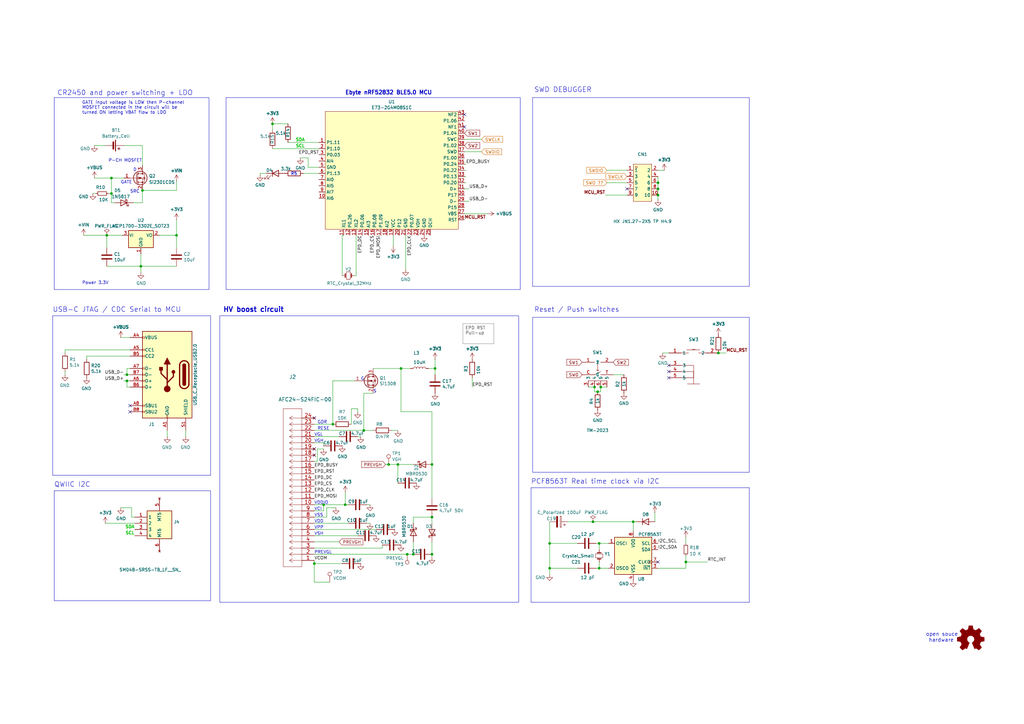
<source format=kicad_sch>
(kicad_sch (version 20231120) (generator "eeschema") (generator_version "8.0")
  (paper "A3")
  (title_block (title "ESP32C6 ULP low power") (date "2024-09-09") (rev "1.0") (company "FASANI CORP."))
  (junction (at 225.425 222.885))
  (junction (at 246.38 158.75))
  (junction (at 111.76 50.8))
  (junction (at 177.165 212.09))
  (junction (at 136.525 173.99))
  (junction (at 43.815 96.52))
  (junction (at 57.785 109.22))
  (junction (at 45.72 79.375))
  (junction (at 52.07 156.21))
  (junction (at 163.195 190.5))
  (junction (at 177.165 227.33))
  (junction (at 225.425 233.045))
  (junction (at 269.875 74.93))
  (junction (at 45.72 73.025))
  (junction (at 167.005 227.33))
  (junction (at 58.42 78.105))
  (junction (at 178.435 151.13))
  (junction (at 128.905 231.14))
  (junction (at 159.385 190.5))
  (junction (at 259.715 213.995))
  (junction (at 245.11 160.655))
  (junction (at 243.205 213.995))
  (junction (at 72.39 96.52))
  (junction (at 245.745 233.045))
  (junction (at 281.305 230.505))
  (junction (at 269.875 80.01))
  (junction (at 169.545 227.33))
  (junction (at 141.605 207.01))
  (junction (at 177.165 190.5))
  (junction (at 269.875 77.47))
  (junction (at 245.745 222.885))
  (junction (at 243.84 158.75))
  (junction (at 132.715 207.01))
  (junction (at 52.07 153.67))
  (junction (at 149.225 176.53))
  (junction (at 164.465 151.13))
  (junction (at 294.64 144.78))
  (no_connect (at 274.32 152.4))
  (no_connect (at 128.905 171.45))
  (no_connect (at 128.905 184.15))
  (no_connect (at 257.175 77.47))
  (no_connect (at 53.34 168.91))
  (no_connect (at 269.875 230.505))
  (no_connect (at 190.5 52.07))
  (no_connect (at 128.905 186.69))
  (no_connect (at 190.5 46.99))
  (no_connect (at 274.32 154.94))
  (no_connect (at 274.32 149.86))
  (no_connect (at 53.34 166.37))
  (wire (pts (xy 52.07 153.67) (xy 53.34 153.67)))
  (wire (pts (xy 136.525 173.99) (xy 136.525 156.21)))
  (wire (pts (xy 126.365 64.77) (xy 126.365 68.58)))
  (wire (pts (xy 144.145 167.64) (xy 146.685 167.64)))
  (wire (pts (xy 233.045 213.995) (xy 243.205 213.995)))
  (wire (pts (xy 121.92 58.42) (xy 130.81 58.42)))
  (wire (pts (xy 159.385 190.5) (xy 163.195 190.5)))
  (wire (pts (xy 281.305 233.045) (xy 269.875 233.045)))
  (wire (pts (xy 281.305 220.345) (xy 281.305 222.885)))
  (wire (pts (xy 246.38 158.75) (xy 248.92 158.75)))
  (wire (pts (xy 26.67 143.51) (xy 26.67 144.78)))
  (wire (pts (xy 169.545 214.63) (xy 169.545 212.09)))
  (wire (pts (xy 76.2 176.53) (xy 76.2 179.07)))
  (wire (pts (xy 43.18 214.63) (xy 55.245 214.63)))
  (wire (pts (xy 236.855 233.045) (xy 225.425 233.045)))
  (wire (pts (xy 177.165 212.09) (xy 177.165 214.63)))
  (wire (pts (xy 128.905 231.14) (xy 140.335 231.14)))
  (wire (pts (xy 164.465 151.13) (xy 168.275 151.13)))
  (wire (pts (xy 236.855 222.885) (xy 225.425 222.885)))
  (wire (pts (xy 166.37 110.49) (xy 166.37 96.52)))
  (wire (pts (xy 38.735 59.69) (xy 43.18 59.69)))
  (wire (pts (xy 243.84 158.75) (xy 243.84 160.655)))
  (wire (pts (xy 248.285 80.01) (xy 257.175 80.01)))
  (wire (pts (xy 54.61 83.185) (xy 58.42 83.185)))
  (polyline (pts (xy 21.59 194.945) (xy 21.59 129.54)))
  (wire (pts (xy 128.905 229.87) (xy 128.905 231.14)))
  (wire (pts (xy 45.72 83.185) (xy 46.99 83.185)))
  (wire (pts (xy 281.305 230.505) (xy 281.305 233.045)))
  (polyline (pts (xy 217.805 200.025) (xy 217.805 247.015)))
  (wire (pts (xy 72.39 96.52) (xy 72.39 101.6)))
  (wire (pts (xy 244.475 222.885) (xy 245.745 222.885)))
  (wire (pts (xy 149.225 161.29) (xy 153.035 161.29)))
  (wire (pts (xy 132.715 181.61) (xy 132.715 182.88)))
  (wire (pts (xy 245.11 160.655) (xy 246.38 160.655)))
  (wire (pts (xy 106.68 71.12) (xy 109.22 71.12)))
  (wire (pts (xy 192.405 82.55) (xy 190.5 82.55)))
  (wire (pts (xy 197.485 57.15) (xy 190.5 57.15)))
  (wire (pts (xy 53.975 212.09) (xy 55.245 212.09)))
  (wire (pts (xy 177.165 222.25) (xy 177.165 227.33)))
  (polyline (pts (xy 217.805 200.025) (xy 307.34 200.025)))
  (wire (pts (xy 72.39 78.105) (xy 72.39 74.295)))
  (wire (pts (xy 177.165 190.5) (xy 177.165 168.91)))
  (wire (pts (xy 156.845 224.79) (xy 156.845 223.52)))
  (wire (pts (xy 246.38 160.655) (xy 246.38 158.75)))
  (wire (pts (xy 132.715 209.55) (xy 132.715 207.01)))
  (wire (pts (xy 118.11 58.42) (xy 121.92 58.42)) (stroke (width 0) (color 0 132 0 1)))
  (wire (pts (xy 243.205 213.995) (xy 259.715 213.995)))
  (wire (pts (xy 245.745 222.885) (xy 245.745 225.425)))
  (wire (pts (xy 163.195 190.5) (xy 169.545 190.5)))
  (wire (pts (xy 178.435 147.32) (xy 178.435 151.13)))
  (wire (pts (xy 158.115 190.5) (xy 159.385 190.5)))
  (wire (pts (xy 35.56 146.05) (xy 35.56 147.32)))
  (wire (pts (xy 106.68 71.12) (xy 106.68 71.755)))
  (wire (pts (xy 38.1 79.375) (xy 39.37 79.375)))
  (wire (pts (xy 146.05 96.52) (xy 146.05 113.03)))
  (wire (pts (xy 225.425 233.045) (xy 225.425 235.585)))
  (wire (pts (xy 128.905 189.23) (xy 130.175 189.23)))
  (wire (pts (xy 141.605 207.01) (xy 142.875 207.01)))
  (wire (pts (xy 45.72 79.375) (xy 45.72 83.185)))
  (wire (pts (xy 57.785 109.22) (xy 57.785 111.76)))
  (wire (pts (xy 269.875 72.39) (xy 269.875 74.93)))
  (wire (pts (xy 244.475 233.045) (xy 245.745 233.045)))
  (polyline (pts (xy 307.34 247.015) (xy 307.34 200.025)))
  (wire (pts (xy 57.785 104.14) (xy 57.785 109.22)))
  (wire (pts (xy 225.425 222.885) (xy 225.425 233.045)))
  (wire (pts (xy 128.905 238.76) (xy 135.255 238.76)))
  (wire (pts (xy 52.07 158.75) (xy 52.07 156.21)))
  (polyline (pts (xy 86.36 129.54) (xy 86.36 194.945)))
  (polyline (pts (xy 217.805 247.015) (xy 307.34 247.015)))
  (wire (pts (xy 52.07 151.13) (xy 52.07 153.67)))
  (wire (pts (xy 200.025 87.63) (xy 190.5 87.63)))
  (wire (pts (xy 111.76 50.8) (xy 118.11 50.8)))
  (wire (pts (xy 43.815 96.52) (xy 34.29 96.52)))
  (wire (pts (xy 193.675 154.94) (xy 193.675 158.75)))
  (wire (pts (xy 153.035 176.53) (xy 149.225 176.53)))
  (wire (pts (xy 161.29 96.52) (xy 161.29 100.965)))
  (wire (pts (xy 177.165 168.91) (xy 164.465 168.91)))
  (wire (pts (xy 52.07 156.21) (xy 53.34 156.21)))
  (wire (pts (xy 241.3 158.75) (xy 243.84 158.75)))
  (wire (pts (xy 269.875 77.47) (xy 269.875 80.01)))
  (wire (pts (xy 50.8 153.67) (xy 52.07 153.67)))
  (wire (pts (xy 191.135 67.31) (xy 190.5 67.31)))
  (wire (pts (xy 297.815 144.78) (xy 294.64 144.78)))
  (wire (pts (xy 53.34 146.05) (xy 35.56 146.05)))
  (wire (pts (xy 164.465 151.13) (xy 153.035 151.13)))
  (wire (pts (xy 268.605 213.995) (xy 268.605 210.185)))
  (wire (pts (xy 72.39 90.17) (xy 72.39 96.52)))
  (wire (pts (xy 269.875 81.915) (xy 269.875 80.01)))
  (wire (pts (xy 167.005 227.33) (xy 169.545 227.33)))
  (wire (pts (xy 53.975 208.28) (xy 53.975 212.09)))
  (wire (pts (xy 53.34 151.13) (xy 52.07 151.13)))
  (wire (pts (xy 146.685 167.64) (xy 146.685 168.91)))
  (wire (pts (xy 163.195 198.12) (xy 163.195 190.5)))
  (wire (pts (xy 128.905 219.71) (xy 146.685 219.71)))
  (wire (pts (xy 128.905 173.99) (xy 136.525 173.99)))
  (wire (pts (xy 128.905 179.07) (xy 139.065 179.07)))
  (wire (pts (xy 144.145 173.99) (xy 144.145 167.64)))
  (wire (pts (xy 128.905 227.33) (xy 167.005 227.33)))
  (wire (pts (xy 128.905 224.79) (xy 156.845 224.79)))
  (wire (pts (xy 245.745 233.045) (xy 249.555 233.045)))
  (wire (pts (xy 128.905 217.17) (xy 154.305 217.17)))
  (wire (pts (xy 124.46 71.12) (xy 130.81 71.12)))
  (wire (pts (xy 248.92 74.93) (xy 257.175 74.93)))
  (wire (pts (xy 128.905 209.55) (xy 132.715 209.55)))
  (wire (pts (xy 146.05 113.03) (xy 145.415 113.03)))
  (wire (pts (xy 178.435 151.13) (xy 178.435 153.67)))
  (wire (pts (xy 126.365 68.58) (xy 130.81 68.58)))
  (wire (pts (xy 245.745 233.045) (xy 245.745 230.505)))
  (wire (pts (xy 150.495 214.63) (xy 151.765 214.63)))
  (wire (pts (xy 132.715 207.01) (xy 141.605 207.01)))
  (wire (pts (xy 141.605 201.93) (xy 141.605 207.01)))
  (wire (pts (xy 133.985 208.28) (xy 137.795 208.28)))
  (wire (pts (xy 49.53 208.28) (xy 53.975 208.28)))
  (wire (pts (xy 50.165 96.52) (xy 43.815 96.52)))
  (wire (pts (xy 272.415 69.85) (xy 269.875 69.85)))
  (wire (pts (xy 177.165 190.5) (xy 177.165 204.47)))
  (wire (pts (xy 259.715 213.995) (xy 259.715 217.805)))
  (wire (pts (xy 123.19 64.77) (xy 126.365 64.77)))
  (wire (pts (xy 50.8 59.69) (xy 58.42 59.69)))
  (wire (pts (xy 140.97 96.52) (xy 140.335 96.52)))
  (wire (pts (xy 163.195 176.53) (xy 160.655 176.53)))
  (wire (pts (xy 72.39 78.105) (xy 58.42 78.105)))
  (wire (pts (xy 245.745 222.885) (xy 249.555 222.885)))
  (wire (pts (xy 151.765 207.01) (xy 150.495 207.01)))
  (wire (pts (xy 169.545 222.25) (xy 169.545 227.33)))
  (wire (pts (xy 169.545 212.09) (xy 177.165 212.09)))
  (wire (pts (xy 192.405 77.47) (xy 190.5 77.47)))
  (wire (pts (xy 191.135 69.85) (xy 190.5 69.85)))
  (wire (pts (xy 259.715 213.995) (xy 260.985 213.995)))
  (wire (pts (xy 130.175 184.15) (xy 132.715 184.15)))
  (wire (pts (xy 53.34 143.51) (xy 26.67 143.51)))
  (wire (pts (xy 133.985 212.09) (xy 133.985 208.28)))
  (wire (pts (xy 243.84 160.655) (xy 245.11 160.655)))
  (wire (pts (xy 44.45 79.375) (xy 45.72 79.375)))
  (wire (pts (xy 68.58 176.53) (xy 68.58 179.07)))
  (wire (pts (xy 130.175 189.23) (xy 130.175 184.15)))
  (wire (pts (xy 177.165 228.6) (xy 177.165 227.33)))
  (wire (pts (xy 147.955 179.07) (xy 146.685 179.07)))
  (wire (pts (xy 149.225 161.29) (xy 149.225 176.53)))
  (wire (pts (xy 38.735 73.025) (xy 45.72 73.025)))
  (wire (pts (xy 128.905 207.01) (xy 132.715 207.01)))
  (wire (pts (xy 271.78 144.78) (xy 274.32 144.78)))
  (wire (pts (xy 248.92 69.85) (xy 257.175 69.85)))
  (wire (pts (xy 53.34 158.75) (xy 52.07 158.75)))
  (wire (pts (xy 191.135 74.93) (xy 190.5 74.93)))
  (wire (pts (xy 58.42 83.185) (xy 58.42 78.105)))
  (wire (pts (xy 128.905 176.53) (xy 149.225 176.53)))
  (wire (pts (xy 50.8 156.21) (xy 52.07 156.21)))
  (wire (pts (xy 45.72 73.025) (xy 45.72 79.375)))
  (wire (pts (xy 58.42 59.69) (xy 58.42 67.945)))
  (wire (pts (xy 111.76 50.8) (xy 111.76 53.34)))
  (wire (pts (xy 43.815 109.22) (xy 57.785 109.22)))
  (wire (pts (xy 136.525 156.21) (xy 145.415 156.21)))
  (wire (pts (xy 281.305 230.505) (xy 290.195 230.505)))
  (wire (pts (xy 225.425 213.995) (xy 225.425 222.885)))
  (wire (pts (xy 111.76 60.96) (xy 130.81 60.96)))
  (wire (pts (xy 191.135 72.39) (xy 190.5 72.39)))
  (wire (pts (xy 164.465 168.91) (xy 164.465 151.13)))
  (wire (pts (xy 140.335 96.52) (xy 140.335 113.03)))
  (wire (pts (xy 128.905 231.14) (xy 128.905 238.76)))
  (wire (pts (xy 128.905 214.63) (xy 142.875 214.63)))
  (wire (pts (xy 43.815 96.52) (xy 43.815 101.6)))
  (wire (pts (xy 49.53 138.43) (xy 53.34 138.43)))
  (wire (pts (xy 128.905 212.09) (xy 133.985 212.09)))
  (wire (pts (xy 281.305 227.965) (xy 281.305 230.505)))
  (wire (pts (xy 139.065 222.25) (xy 128.905 222.25)))
  (wire (pts (xy 255.905 153.67) (xy 251.46 153.67)))
  (polyline (pts (xy 21.59 194.945) (xy 86.36 194.945)))
  (wire (pts (xy 26.67 153.67) (xy 26.67 152.4)))
  (wire (pts (xy 269.875 74.93) (xy 269.875 77.47)))
  (wire (pts (xy 128.905 181.61) (xy 132.715 181.61)))
  (wire (pts (xy 175.895 151.13) (xy 178.435 151.13)))
  (wire (pts (xy 65.405 96.52) (xy 72.39 96.52)))
  (wire (pts (xy 197.485 62.23) (xy 190.5 62.23)))
  (wire (pts (xy 57.785 109.22) (xy 72.39 109.22)))
  (wire (pts (xy 45.72 73.025) (xy 50.8 73.025)))
  (polyline (pts (xy 21.59 129.54) (xy 86.36 129.54)))
  (rectangle (start 92.71 40.005) (end 213.36 118.745))
  (rectangle (start 22.225 201.295) (end 86.36 246.38))
  (rectangle (start 90.17 129.54) (end 212.725 247.015))
  (rectangle (start 218.44 40.005) (end 307.34 117.475))
  (rectangle (start 218.44 130.175) (end 307.34 193.675))
  (rectangle (start 22.225 40.005) (end 85.725 118.745))
  (text_box "EPD RST Pull-up" (at 189.865 132.715 0) (size 12.7 8.255) (stroke (width 0) (color 132 132 132 1)) (effects (font (size 1.27 1.27)) (justify left top)))
  (text "USB-C JTAG / CDC Serial to MCU" (at 21.59 128.27 0) (effects (font (size 2 2)) (justify left bottom)))
  (text "Power 3.3V" (at 33.655 116.84 0) (effects (font (size 1.27 1.27)) (justify left bottom)))
  (text "D" (at 54.61 70.485 0) (effects (font (size 1.27 1.27)) (justify left bottom)))
  (text "Ebyte nRF52832 BLE5.0 MCU" (at 159.385 38.1 0) (effects (font (size 1.6 1.6) (thickness 0.32) (bold yes))))
  (text "VGH" (at 128.905 181.61 0) (effects (font (size 1.27 1.27)) (justify left bottom)))
  (text "RESE" (at 130.175 176.53 0) (effects (font (size 1.27 1.27)) (justify left bottom)))
  (text "G" (at 147.955 156.21 0) (effects (font (size 1.27 1.27)) (justify left bottom)))
  (text "VGL" (at 128.905 179.07 0) (effects (font (size 1.27 1.27)) (justify left bottom)))
  (text "HV boost circuit" (at 91.44 128.27 0) (effects (font (size 2 2) (thickness 0.4) (bold yes)) (justify left bottom)))
  (text "VSH" (at 128.905 219.71 0) (effects (font (size 1.27 1.27)) (justify left bottom)))
  (text "VPP" (at 128.905 217.17 0) (effects (font (size 1.27 1.27)) (justify left bottom)))
  (text "QWIIC I2C" (at 22.225 200.025 0) (effects (font (size 2 2)) (justify left bottom)))
  (text "SRC" (at 53.34 79.375 0) (effects (font (size 1.27 1.27)) (justify left bottom)))
  (text "GATE" (at 49.53 75.565 0) (effects (font (size 1.27 1.27)) (justify left bottom)))
  (text "open souce\n hardware" (at 379.73 263.525 0) (effects (font (size 1.5 1.5)) (justify left bottom)))
  (text "GDR" (at 130.175 173.99 0) (effects (font (size 1.27 1.27)) (justify left bottom)))
  (text "P-CH MOSFET" (at 44.45 66.675 0) (effects (font (size 1.27 1.27)) (justify left bottom)))
  (text "Reset / Push switches" (at 219.075 128.27 0) (effects (font (size 2 2)) (justify left bottom)))
  (text "VDDIO" (at 128.905 207.01 0) (effects (font (size 1.27 1.27)) (justify left bottom)))
  (text "GATE input voltage is LOW then P-channel \nMOSFET connected in the circuit will be \nturned ON letting VBAT flow to LDO" (at 33.655 46.99 0) (effects (font (size 1.27 1.27)) (justify left bottom)))
  (text "SWD DEBUGGER" (at 219.075 38.1 0) (effects (font (size 2 2)) (justify left bottom)))
  (text "PREVGL" (at 128.905 227.33 0) (effects (font (size 1.27 1.27)) (justify left bottom)))
  (text "PCF8563T Real time clock via I2C" (at 217.805 198.755 0) (effects (font (size 2 2)) (justify left bottom)))
  (text "VSS" (at 128.905 212.09 0) (effects (font (size 1.27 1.27)) (justify left bottom)))
  (text "VCI" (at 128.905 209.55 0) (effects (font (size 1.27 1.27)) (justify left bottom)))
  (text "CR2450 and power switching + LDO" (at 23.495 39.37 0) (effects (font (size 2 2)) (justify left bottom)))
  (text "S" (at 153.035 161.29 0) (effects (font (size 1.27 1.27)) (justify left bottom)))
  (text "VDD" (at 128.905 214.63 0) (effects (font (size 1.27 1.27)) (justify left bottom)))
  (label "SDA" (at 55.245 217.17 180) (effects (font (thickness 0.254) (bold yes))))
  (label "EPD_BUSY" (at 128.905 191.77 0))
  (label "EPD_MOSI" (at 128.905 204.47 0))
  (label "VCOM" (at 128.905 229.87 0))
  (label "EPD_CS" (at 128.905 199.39 0))
  (label "I2C_SDA" (at 269.875 225.425 0))
  (label "EPD_BUSY" (at 191.135 67.31 0))
  (label "USB_D-" (at 192.405 82.55 0))
  (label "SCL" (at 55.245 219.71 180) (effects (font (thickness 0.254) (bold yes))))
  (label "EPD_CS" (at 153.67 96.52 270))
  (label "EPD_RST" (at 128.905 194.31 0))
  (label "MCU_RST" (at 297.815 144.78 0) (effects (font (thickness 0.254) (bold yes))))
  (label "I2C_SCL" (at 269.875 222.885 0))
  (label "USB_D+" (at 50.8 156.21 180))
  (label "EPD_CLK" (at 168.91 96.52 270))
  (label "EPD_CLK" (at 128.905 201.93 0))
  (label "RTC_INT" (at 290.195 230.505 0))
  (label "MCU_RST" (at 248.285 80.01 180) (effects (font (thickness 0.254) (bold yes))))
  (label "MCU_RST" (at 190.5 90.17 0) (effects (font (thickness 0.254) (bold yes))))
  (label "EPD_DC" (at 128.905 196.85 0))
  (label "EPD_MOSI" (at 156.21 96.52 270))
  (label "SDA" (at 125.095 58.42 180) (effects (font (thickness 0.254) (bold yes))))
  (label "USB_D-" (at 50.8 153.67 180))
  (label "EPD_RST" (at 193.675 158.75 0))
  (label "USB_D+" (at 192.405 77.47 0))
  (label "SCL" (at 125.095 60.96 180) (effects (font (thickness 0.254) (bold yes))))
  (label "EPD_RST" (at 130.81 63.5 180))
  (label "EPD_DC" (at 148.59 96.52 270))
  (global_label "PREVGH" (shape input) (at 139.065 222.25 0) (property "Intersheetrefs" "${INTERSHEET_REFS}" (effects (hide yes))))
  (global_label "SWCLK" (shape input) (at 197.485 57.15 0) (property "Intersheetrefs" "${INTERSHEET_REFS}" (effects (hide yes))))
  (global_label "SW2" (shape input) (at 190.5 59.69 0) (property "Intersheetrefs" "${INTERSHEET_REFS}" (effects (hide yes))))
  (global_label "SWDIO" (shape input) (at 248.92 69.85 180) (property "Intersheetrefs" "${INTERSHEET_REFS}" (effects (hide yes))))
  (global_label "SW1" (shape input) (at 190.5 54.61 0) (property "Intersheetrefs" "${INTERSHEET_REFS}" (effects (hide yes))))
  (global_label "SWCLK" (shape input) (at 257.175 72.39 180) (property "Intersheetrefs" "${INTERSHEET_REFS}" (effects (hide yes))))
  (global_label "SW1" (shape input) (at 238.76 148.59 180) (property "Intersheetrefs" "${INTERSHEET_REFS}" (effects (hide yes))))
  (global_label "SW0" (shape input) (at 238.76 153.67 180) (property "Intersheetrefs" "${INTERSHEET_REFS}" (effects (hide yes))))
  (global_label "SWO ??" (shape input) (at 248.92 74.93 180) (property "Intersheetrefs" "${INTERSHEET_REFS}" (effects (hide yes))))
  (global_label "SW2" (shape input) (at 251.46 148.59 0) (property "Intersheetrefs" "${INTERSHEET_REFS}" (effects (hide yes))))
  (global_label "PREVGH" (shape input) (at 158.115 190.5 180) (property "Intersheetrefs" "${INTERSHEET_REFS}" (effects (hide yes))))
  (global_label "SWDIO" (shape input) (at 197.485 62.23 0) (property "Intersheetrefs" "${INTERSHEET_REFS}" (effects (hide yes))))
  (symbol (lib_id "QWIIC:SM04B-SRSS-TB_LF__SN_") (at 55.245 212.09 0) (unit 1)
    (property "Reference" "J4" (at 71.247 214.0529 0) (effects (justify left)))
    (property "Value" "SM04B-SRSS-TB_LF__SN_" (at 48.895 233.68 0) (effects (justify left)))
    (property "Footprint" "footprints:QWIIC_SM04B-SRSS-TB_LFSN_" (effects (hide yes)))
    (property "Datasheet" "http://www.jst-mfg.com/product/pdf/eng/eSH.pdf" (effects (hide yes)))
    (property "Height" "4 mm" (effects (hide yes)))
    (property "Manufacturer_Name" "JST (JAPAN SOLDERLESS TERMINALS)" (effects (hide yes)))
    (property "Manufacturer_Part_Number" "SM04B-SRSS-TB(LF)(SN)" (effects (hide yes)))
    (property "LCSC" "C160404" (effects (hide yes)))
  )
  (symbol (lib_id "Device:C") (at 150.495 219.71 270) (unit 1)
    (property "Reference" "C11" (at 147.955 218.44 90))
    (property "Value" "4.7uF" (at 154.305 218.44 90))
    (property "Footprint" "Capacitor_SMD:C_0805_2012Metric_Pad1.18x1.45mm_HandSolder" (effects (hide yes)))
    (property "LCSC" "C1779" (effects (hide yes)))
  )
  (symbol (lib_id "easyeda:K2-1806SQ-A2DW-04") (at 284.48 149.86 0) (unit 1)
    (property "Reference" "SW3" (at 284.48 139.2427 0))
    (property "Value" "K2-1806SQ-A2DW-04" (effects (hide yes)))
    (property "Footprint" "footprints:KEY-SMD_K2-1806SQ-A3DW-04" (effects (hide yes)))
    (property "LCSC Part" "C19100323" (effects (hide yes)))
  )
  (symbol (lib_id "power:+3V3") (at 49.53 138.43 0) (unit 1)
    (property "Reference" "#PWR11" (effects (hide yes)))
    (property "Value" "+VBUS" (at 49.53 134.1298 0) (effects (font (thickness 0.254) (bold yes))))
    (property "Description" "Power symbol creates a global label with name \"+3V3\"" (effects (hide yes)))
  )
  (symbol (lib_id "power:GND") (at 76.2 179.07 0) (mirror y) (unit 1)
    (property "Reference" "#PWR04" (effects (hide yes)))
    (property "Value" "GND" (at 76.073 183.4642 0))
  )
  (symbol (lib_id "power:+3V3") (at 272.415 69.85 0) (unit 1)
    (property "Reference" "#PWR15" (effects (hide yes)))
    (property "Value" "+3V3" (at 272.415 65.5498 0) (effects (font (thickness 0.254) (bold yes))))
    (property "Description" "Power symbol creates a global label with name \"+3V3\"" (effects (hide yes)))
  )
  (symbol (lib_id "power:GND") (at 49.53 208.28 0) (unit 1)
    (property "Reference" "#PWR2" (effects (hide yes)))
    (property "Value" "GND" (at 49.657 212.6742 0))
  )
  (symbol (lib_id "power:+3V3") (at 200.025 87.63 270) (unit 1)
    (property "Reference" "#PWR35" (effects (hide yes)))
    (property "Value" "+VBUS" (at 203.2 87.63 90) (effects (font (thickness 0.254) (bold yes)) (justify left)))
    (property "Description" "Power symbol creates a global label with name \"+3V3\"" (effects (hide yes)))
  )
  (symbol (lib_id "power:GND") (at 132.715 184.15 0) (unit 1)
    (property "Reference" "#PWR017" (effects (hide yes)))
    (property "Value" "GND" (at 132.842 188.5442 0))
  )
  (symbol (lib_id "Device:LED") (at 113.03 71.12 0) (unit 1)
    (property "Reference" "D4" (at 110.49 69.85 0))
    (property "Value" "LED" (effects (hide yes)))
    (property "Footprint" "LED_SMD:LED_0402_1005Metric" (effects (hide yes)))
    (property "Description" "Light emitting diode" (effects (hide yes)))
    (property "LCSC" "C131223" (effects (hide yes)))
  )
  (symbol (lib_id "power:GND") (at 147.955 231.14 0) (unit 1)
    (property "Reference" "#PWR023" (effects (hide yes)))
    (property "Value" "GND" (effects (hide yes)))
  )
  (symbol (lib_id "Device:C") (at 144.145 231.14 270) (unit 1)
    (property "Reference" "C8" (at 141.605 229.87 90))
    (property "Value" "1uF" (at 146.685 229.87 90))
    (property "Footprint" "Capacitor_SMD:C_0805_2012Metric_Pad1.18x1.45mm_HandSolder" (effects (hide yes)))
    (property "LCSC" "C28323" (effects (hide yes)))
  )
  (symbol (lib_id "Device:C") (at 142.875 179.07 270) (unit 1)
    (property "Reference" "C7" (at 140.335 177.8 90))
    (property "Value" "4.7uF" (at 146.685 177.8 90))
    (property "Footprint" "Capacitor_SMD:C_0805_2012Metric_Pad1.18x1.45mm_HandSolder" (effects (hide yes)))
    (property "LCSC" "C1779" (effects (hide yes)))
  )
  (symbol (lib_id "power:+3V3") (at 281.305 220.345 0) (unit 1)
    (property "Reference" "#PWR117" (effects (hide yes)))
    (property "Value" "+3V3" (at 281.305 216.7692 0))
  )
  (symbol (lib_id "power:+3V3") (at 141.605 201.93 0) (unit 1)
    (property "Reference" "#PWR14" (effects (hide yes)))
    (property "Value" "+3V3" (at 141.605 197.6298 0) (effects (font (thickness 0.254) (bold yes))))
    (property "Description" "Power symbol creates a global label with name \"+3V3\"" (effects (hide yes)))
  )
  (symbol (lib_id "power:+3V3") (at 193.675 147.32 0) (unit 1)
    (property "Reference" "#PWR7" (effects (hide yes)))
    (property "Value" "+3V3" (at 193.675 143.0198 0) (effects (font (thickness 0.254) (bold yes))))
    (property "Description" "Power symbol creates a global label with name \"+3V3\"" (effects (hide yes)))
  )
  (symbol (lib_id "power:GND") (at 164.465 223.52 0) (unit 1)
    (property "Reference" "#PWR028" (effects (hide yes)))
    (property "Value" "GND" (effects (hide yes)))
  )
  (symbol (lib_id "Connector:USB_C_Receptacle_USB2.0") (at 68.58 153.67 0) (mirror y) (unit 1)
    (property "Reference" "J1" (at 62.23 173.99 0))
    (property "Value" "USB_C_Receptacle_USB2.0" (at 80.01 153.67 90))
    (property "Footprint" "footprints:USB_C_Receptacle_HRO_TYPE-C-31-M-12" (effects (hide yes)))
    (property "Datasheet" "https://www.usb.org/sites/default/files/documents/usb_type-c.zip" (effects (hide yes)))
    (property "LCSC" "C165948" (effects (hide yes)))
  )
  (symbol (lib_id "Device:C") (at 178.435 157.48 180) (unit 1)
    (property "Reference" "C17" (at 181.356 156.3116 0) (effects (justify right)))
    (property "Value" "4.7uF" (at 181.356 158.623 0) (effects (justify right)))
    (property "Footprint" "Capacitor_SMD:C_0603_1608Metric" (effects (hide yes)))
    (property "Datasheet" "https://jlcpcb.com/partdetail/97651-CL10A106MA8NRNC/C96446" (effects (hide yes)))
    (property "LCSC" "C19666" (effects (hide yes)))
  )
  (symbol (lib_id "power:GND") (at 161.925 217.17 0) (unit 1)
    (property "Reference" "#PWR027" (effects (hide yes)))
    (property "Value" "GND" (effects (hide yes)))
  )
  (symbol (lib_id "power:PWR_FLAG") (at 243.205 213.995 0) (unit 1)
    (property "Reference" "#FLG101" (effects (hide yes)))
    (property "Value" "PWR_FLAG" (at 244.475 210.185 0))
  )
  (symbol (lib_id "power:+3V3") (at 72.39 90.17 0) (unit 1)
    (property "Reference" "#PWR34" (effects (hide yes)))
    (property "Value" "+3V3" (at 72.39 85.8698 0) (effects (font (thickness 0.254) (bold yes))))
    (property "Description" "Power symbol creates a global label with name \"+3V3\"" (effects (hide yes)))
  )
  (symbol (lib_id "Device:R") (at 26.67 148.59 0) (unit 1)
    (property "Reference" "R1" (at 28.448 147.4216 0) (effects (justify left)))
    (property "Value" "5.1k" (at 28.448 149.733 0) (effects (justify left)))
    (property "Footprint" "Resistor_SMD:R_0603_1608Metric" (effects (hide yes)))
    (property "LCSC" "C23186" (effects (hide yes)))
  )
  (symbol (lib_id "Diode:1N5817") (at 50.8 83.185 180) (unit 1)
    (property "Reference" "D5" (at 49.53 78.105 0) (effects (justify left)))
    (property "Value" "1N5817" (at 53.34 80.645 0) (effects (justify left)))
    (property "Footprint" "Diode_SMD:D_SOD-123" (effects (hide yes)))
    (property "Datasheet" "http://www.vishay.com/docs/88525/1n5817.pdf" (effects (hide yes)))
    (property "LCSC" " C8598" (effects (hide yes)))
  )
  (symbol (lib_id "Transistor_FET:2N7002") (at 150.495 156.21 0) (unit 1)
    (property "Reference" "Q1" (at 155.6766 155.0416 0) (effects (justify left)))
    (property "Value" "Si1308" (at 155.6766 157.353 0) (effects (justify left)))
    (property "Footprint" "Package_TO_SOT_SMD:SOT-323_SC-70" (effects (hide yes)))
    (property "Datasheet" "https://www.onsemi.com/pub/Collateral/NDS7002A-D.PDF" (effects (hide yes)))
    (property "LCSC" "C469327" (effects (hide yes)))
  )
  (symbol (lib_id "easyeda:HXJN1.27-2X5TPH4.9") (at 263.525 74.93 0) (unit 1)
    (property "Reference" "CN1" (at 263.525 63.2925 0))
    (property "Value" "HX JN1.27-2X5 TP H4.9" (at 263.525 90.805 0))
    (property "Footprint" "footprints:C42372555-SWD_10P-P1.27" (effects (hide yes)))
    (property "LCSC Part" "C42372555" (effects (hide yes)))
  )
  (symbol (lib_id "Device:R") (at 255.905 157.48 180) (unit 1)
    (property "Reference" "R2" (at 253.365 156.21 90) (effects (justify left)))
    (property "Value" "1k" (at 255.905 156.21 90) (effects (justify left)))
    (property "Footprint" "Resistor_SMD:R_0402_1005Metric" (effects (hide yes)))
    (property "LCSC" "C11702" (effects (hide yes)))
  )
  (symbol (lib_id "power:GND") (at 35.56 154.94 0) (mirror y) (unit 1)
    (property "Reference" "#PWR050" (effects (hide yes)))
    (property "Value" "GND" (at 35.433 159.3342 0))
  )
  (symbol (lib_id "power:+3V3") (at 178.435 147.32 0) (unit 1)
    (property "Reference" "#PWR101" (effects (hide yes)))
    (property "Value" "+3V3" (at 178.435 143.0198 0) (effects (font (thickness 0.254) (bold yes))))
    (property "Description" "Power symbol creates a global label with name \"+3V3\"" (effects (hide yes)))
  )
  (symbol (lib_id "Device:C") (at 43.815 105.41 180) (unit 1)
    (property "Reference" "C1" (at 46.736 104.2416 0) (effects (justify right)))
    (property "Value" "10uF" (at 46.736 106.553 0) (effects (justify right)))
    (property "Footprint" "Capacitor_SMD:C_0805_2012Metric" (effects (hide yes)))
    (property "LCSC" "C15850" (effects (hide yes)))
  )
  (symbol (lib_id "Device:R") (at 245.11 164.465 180) (unit 1)
    (property "Reference" "R4" (at 242.57 163.195 90) (effects (justify left)))
    (property "Value" "1k" (at 245.11 163.195 90) (effects (justify left)))
    (property "Footprint" "Resistor_SMD:R_0402_1005Metric" (effects (hide yes)))
    (property "LCSC" "C11702" (effects (hide yes)))
  )
  (symbol (lib_id "Device:C") (at 177.165 208.28 180) (unit 1)
    (property "Reference" "C16" (at 180.086 207.1116 0) (effects (justify right)))
    (property "Value" "4.7uF 50V" (at 180.086 209.423 0) (effects (justify right)))
    (property "Footprint" "Capacitor_SMD:C_0805_2012Metric_Pad1.18x1.45mm_HandSolder" (effects (hide yes)))
    (property "LCSC" "C1779" (effects (hide yes)))
  )
  (symbol (lib_id "easyeda:TM-2023") (at 246.38 153.67 0) (unit 1)
    (property "Reference" "SW1" (at 245.11 144.5725 0))
    (property "Value" "TM-2023" (at 245.11 176.53 0))
    (property "Footprint" "footprints:C318951_TM-2023-1" (effects (hide yes)))
    (property "Datasheet" "https://lcsc.com/product-detail/Multi-Directional-Switches_XKB-Enterprise-TM-2023_C318951.html" (effects (hide yes)))
    (property "LCSC Part" "C318951" (effects (hide yes)))
  )
  (symbol (lib_id "power:+3V3") (at 34.29 96.52 0) (unit 1)
    (property "Reference" "#PWR32" (effects (hide yes)))
    (property "Value" "+VIN" (at 34.29 92.2198 0) (effects (font (thickness 0.254) (bold yes))))
    (property "Description" "Power symbol creates a global label with name \"+3V3\"" (effects (hide yes)))
  )
  (symbol (lib_id "Device:C") (at 160.655 223.52 270) (unit 1)
    (property "Reference" "C13" (at 158.115 222.25 90))
    (property "Value" "4.7uF" (at 164.465 222.25 90))
    (property "Footprint" "Capacitor_SMD:C_0805_2012Metric_Pad1.18x1.45mm_HandSolder" (effects (hide yes)))
    (property "LCSC" "C1779" (effects (hide yes)))
  )
  (symbol (lib_id "power:+3V3") (at 161.29 100.965 180) (unit 1)
    (property "Reference" "#PWR110" (effects (hide yes)))
    (property "Value" "+3V3" (at 161.29 105.2652 0) (effects (font (thickness 0.254) (bold yes))))
    (property "Description" "Power symbol creates a global label with name \"+3V3\"" (effects (hide yes)))
  )
  (symbol (lib_id "Device:C") (at 72.39 105.41 180) (unit 1)
    (property "Reference" "C2" (at 75.311 104.2416 0) (effects (justify right)))
    (property "Value" "10uF" (at 75.311 106.553 0) (effects (justify right)))
    (property "Footprint" "Capacitor_SMD:C_0805_2012Metric" (effects (hide yes)))
    (property "LCSC" "C15850" (effects (hide yes)))
  )
  (symbol (lib_id "Device:R") (at 35.56 151.13 0) (unit 1)
    (property "Reference" "R20" (at 37.338 149.9616 0) (effects (justify left)))
    (property "Value" "5.1k" (at 37.338 152.273 0) (effects (justify left)))
    (property "Footprint" "Resistor_SMD:R_0603_1608Metric" (effects (hide yes)))
    (property "LCSC" "C23186" (effects (hide yes)))
  )
  (symbol (lib_id "power:GND") (at 146.685 168.91 0) (unit 1)
    (property "Reference" "#PWR021" (effects (hide yes)))
    (property "Value" "GND" (at 146.685 173.3534 0))
  )
  (symbol (lib_id "power:+3V3") (at 268.605 210.185 0) (unit 1)
    (property "Reference" "#PWR116" (effects (hide yes)))
    (property "Value" "+3V3" (at 268.605 206.6092 0))
  )
  (symbol (lib_id "power:GND") (at 163.195 176.53 0) (unit 1)
    (property "Reference" "#PWR029" (effects (hide yes)))
    (property "Value" "GND" (at 163.322 180.9242 0))
  )
  (symbol (lib_id "Device:C") (at 146.685 214.63 270) (unit 1)
    (property "Reference" "C10" (at 144.145 213.36 90))
    (property "Value" "1uF" (at 149.225 213.36 90))
    (property "Footprint" "Capacitor_SMD:C_0805_2012Metric_Pad1.18x1.45mm_HandSolder" (effects (hide yes)))
    (property "LCSC" "C28323" (effects (hide yes)))
  )
  (symbol (lib_id "power:GND") (at 151.765 214.63 0) (unit 1)
    (property "Reference" "#PWR025" (effects (hide yes)))
    (property "Value" "GND" (effects (hide yes)))
  )
  (symbol (lib_id "Device:Battery_Cell") (at 45.72 59.69 270) (unit 1)
    (property "Reference" "BT1" (at 47.5615 53.3865 90))
    (property "Value" "Battery_Cell" (at 47.5615 55.8108 90))
    (property "Footprint" "footprints:BAT-SMD_BS-24-B4AA016" (effects (hide yes)))
    (property "Description" "Single-cell battery" (effects (hide yes)))
    (property "LCSC" "C964809" (effects (hide yes)))
  )
  (symbol (lib_id "power:GND") (at 26.67 153.67 0) (mirror y) (unit 1)
    (property "Reference" "#PWR01" (effects (hide yes)))
    (property "Value" "GND" (at 26.543 158.0642 0))
  )
  (symbol (lib_id "Device:R") (at 120.65 71.12 90) (unit 1)
    (property "Reference" "R5" (at 121.92 71.12 90) (effects (justify left)))
    (property "Value" "3.3k" (at 119.38 69.215 90) (effects (justify left)))
    (property "Footprint" "Resistor_SMD:R_0402_1005Metric" (effects (hide yes)))
    (property "LCSC" "C25890" (effects (hide yes)))
  )
  (symbol (lib_id "power:GND") (at 173.99 96.52 0) (unit 1)
    (property "Reference" "#PWR8" (effects (hide yes)))
    (property "Value" "GND" (at 173.99 100.6531 0))
  )
  (symbol (lib_id "power:GND") (at 259.715 238.125 0) (unit 1)
    (property "Reference" "#PWR115" (effects (hide yes)))
    (property "Value" "GND" (at 255.905 239.395 0))
  )
  (symbol (lib_id "Device:C") (at 167.005 198.12 270) (unit 1)
    (property "Reference" "C14" (at 164.465 196.85 90))
    (property "Value" "4.7uF" (at 170.815 196.85 90))
    (property "Footprint" "Capacitor_SMD:C_0805_2012Metric_Pad1.18x1.45mm_HandSolder" (effects (hide yes)))
    (property "LCSC" "C1779" (effects (hide yes)))
  )
  (symbol (lib_id "Device:Crystal_Small") (at 245.745 227.965 90) (unit 1)
    (property "Reference" "Y1" (at 247.904 227.1303 90) (effects (justify right)))
    (property "Value" "Crystal_Small" (at 230.505 227.965 90) (effects (justify right)))
    (property "Footprint" "footprints:Q13FC1350000400-Crystal" (effects (hide yes)))
    (property "Datasheet" "https://jlcpcb.com/partdetail/SeikoEpson-Q13FC1350000400/C32346" (effects (hide yes)))
    (property "LCSC" "C32346" (effects (hide yes)))
  )
  (symbol (lib_id "power:+3V3") (at 294.64 137.16 0) (unit 1)
    (property "Reference" "#PWR111" (effects (hide yes)))
    (property "Value" "+3V3" (at 294.64 132.8598 0) (effects (font (thickness 0.254) (bold yes))))
    (property "Description" "Power symbol creates a global label with name \"+3V3\"" (effects (hide yes)))
  )
  (symbol (lib_id "EPD:FH12-24S-0.5SV55") (at 128.905 229.87 180) (unit 1)
    (property "Reference" "J2" (at 120.015 154.6024 0) (effects (font (size 1.524 1.524))))
    (property "Value" "AFC24-S24FIC-00" (at 125.095 163.83 0) (effects (font (size 1.524 1.524))))
    (property "Footprint" "footprints:AFC24-S24FIC-00" (effects (hide yes)))
    (property "LCSC" "C262292" (effects (hide yes)))
  )
  (symbol (lib_id "Device:R_Small") (at 281.305 225.425 0) (unit 1)
    (property "Reference" "R18" (at 282.8036 224.5903 0) (effects (justify left)))
    (property "Value" "10 K" (at 282.8036 227.1272 0) (effects (justify left)))
    (property "Footprint" "Resistor_SMD:R_0603_1608Metric" (effects (hide yes)))
    (property "Datasheet" "https://datasheet.lcsc.com/lcsc/2206010045_UNI-ROYAL-Uniroyal-Elec-0603WAF1002T5E_C25804.pdf" (effects (hide yes)))
    (property "LCSC" "C25804" (effects (hide yes)))
  )
  (symbol (lib_id "power:GND") (at 106.68 71.755 0) (unit 1)
    (property "Reference" "#PWR38" (effects (hide yes)))
    (property "Value" "GND" (at 106.68 75.8881 0))
  )
  (symbol (lib_id "Timer_RTC:PCF8563T") (at 259.715 227.965 0) (unit 1)
    (property "Reference" "U8" (at 261.62 237.49 0) (effects (justify left)))
    (property "Value" "PCF8563T" (at 261.7344 219.1821 0) (effects (justify left)))
    (property "Footprint" "Package_SO:SOIC-8_3.9x4.9mm_P1.27mm" (effects (hide yes)))
    (property "Datasheet" "https://jlcpcb.com/partdetail/NxpSemicon-PCF8563T_5518/C7440" (effects (hide yes)))
    (property "LCSC" "C7440" (effects (hide yes)))
  )
  (symbol (lib_id "power:PWR_FLAG") (at 43.815 96.52 0) (unit 1)
    (property "Reference" "#FLG1" (effects (hide yes)))
    (property "Value" "PWR_FLAG" (at 38.735 92.71 0) (effects (justify left)))
  )
  (symbol (lib_id "Device:L") (at 172.085 151.13 90) (unit 1)
    (property "Reference" "L3" (at 170.815 144.78 90))
    (property "Value" "10uH" (at 172.085 148.59 90))
    (property "Footprint" "footprints:SWPA4030S1R0NT" (effects (hide yes)))
    (property "Datasheet" "https://jlcpcb.com/partdetail/Sunlord-SWPA4030S100MT/C38117" (effects (hide yes)))
    (property "LCSC" "C38117" (effects (hide yes)))
  )
  (symbol (lib_id "Connector:TestPoint") (at 135.255 238.76 0) (unit 1)
    (property "Reference" "TP2" (at 136.652 234.6233 0) (effects (justify left)))
    (property "Value" "VCOM" (at 136.652 237.1602 0) (effects (justify left)))
    (property "Footprint" "TestPoint:TestPoint_Pad_D1.5mm" (effects (hide yes)))
  )
  (symbol (lib_id "power:GND") (at 57.785 111.76 0) (unit 1)
    (property "Reference" "#PWR20" (effects (hide yes)))
    (property "Value" "GND" (at 57.912 116.1542 0))
  )
  (symbol (lib_id "Device:R") (at 156.845 176.53 90) (unit 1)
    (property "Reference" "R8" (at 155.575 173.99 90))
    (property "Value" "0.47R" (at 156.845 179.07 90))
    (property "Footprint" "Resistor_SMD:R_0603_1608Metric" (effects (hide yes)))
    (property "LCSC" "C103895" (effects (hide yes)))
  )
  (symbol (lib_id "power:GND") (at 147.955 179.07 0) (unit 1)
    (property "Reference" "#PWR022" (effects (hide yes)))
    (property "Value" "GND" (at 148.082 183.4642 0))
  )
  (symbol (lib_id "Device:R") (at 294.64 140.97 180) (unit 1)
    (property "Reference" "R21" (at 292.1 137.795 90) (effects (justify left)))
    (property "Value" "10k" (at 297.18 139.7 90) (effects (justify left)))
    (property "Footprint" "Resistor_SMD:R_0402_1005Metric" (effects (hide yes)))
    (property "LCSC" "C4322213" (effects (hide yes)))
  )
  (symbol (lib_id "Diode:MBR0530") (at 169.545 218.44 270) (unit 1)
    (property "Reference" "D1" (at 168.275 215.9 90))
    (property "Value" "MBR0530" (at 165.735 215.9 0))
    (property "Footprint" "Diode_SMD:D_SOD-123" (effects (hide yes)))
    (property "Datasheet" "http://www.mccsemi.com/up_pdf/MBR0520~MBR0580(SOD123).pdf" (effects (hide yes)))
    (property "LCSC" "C77336" (effects (hide yes)))
  )
  (symbol (lib_id "Diode:MBR0530") (at 177.165 218.44 90) (unit 1)
    (property "Reference" "D3" (at 175.895 215.9 90))
    (property "Value" "MBR0530" (effects (hide yes)))
    (property "Footprint" "Diode_SMD:D_SOD-123" (effects (hide yes)))
    (property "Datasheet" "http://www.mccsemi.com/up_pdf/MBR0520~MBR0580(SOD123).pdf" (effects (hide yes)))
    (property "LCSC" "C77336" (effects (hide yes)))
  )
  (symbol (lib_id "power:+3V3") (at 72.39 74.295 0) (unit 1)
    (property "Reference" "#PWR13" (effects (hide yes)))
    (property "Value" "+VIN" (at 72.39 69.9948 0) (effects (font (thickness 0.254) (bold yes))))
    (property "Description" "Power symbol creates a global label with name \"+3V3\"" (effects (hide yes)))
  )
  (symbol (lib_id "power:+3V3") (at 38.735 73.025 0) (unit 1)
    (property "Reference" "#PWR10" (effects (hide yes)))
    (property "Value" "+VBUS" (at 38.735 68.7248 0) (effects (font (thickness 0.254) (bold yes))))
    (property "Description" "Power symbol creates a global label with name \"+3V3\"" (effects (hide yes)))
  )
  (symbol (lib_id "power:GND") (at 68.58 179.07 0) (mirror y) (unit 1)
    (property "Reference" "#PWR03" (effects (hide yes)))
    (property "Value" "GND" (at 68.453 183.4642 0))
  )
  (symbol (lib_id "power:+3V3") (at 111.76 50.8 0) (unit 1)
    (property "Reference" "#PWR109" (effects (hide yes)))
    (property "Value" "+3V3" (at 111.76 46.4998 0) (effects (font (thickness 0.254) (bold yes))))
    (property "Description" "Power symbol creates a global label with name \"+3V3\"" (effects (hide yes)))
  )
  (symbol (lib_id "power:GND") (at 166.37 110.49 0) (unit 1)
    (property "Reference" "#PWR37" (effects (hide yes)))
    (property "Value" "GND" (at 166.37 114.6231 0))
  )
  (symbol (lib_id "power:GND") (at 178.435 161.29 0) (unit 1)
    (property "Reference" "#PWR033" (effects (hide yes)))
    (property "Value" "GND" (at 178.562 165.6842 0))
  )
  (symbol (lib_id "Diode:MBR0530") (at 173.355 190.5 0) (unit 1)
    (property "Reference" "D2" (at 170.815 191.77 90))
    (property "Value" "MBR0530" (at 170.815 194.31 0))
    (property "Footprint" "Diode_SMD:D_SOD-123" (effects (hide yes)))
    (property "Datasheet" "http://www.mccsemi.com/up_pdf/MBR0520~MBR0580(SOD123).pdf" (effects (hide yes)))
    (property "LCSC" "C77336" (effects (hide yes)))
  )
  (symbol (lib_id "power:GND") (at 269.875 81.915 0) (unit 1)
    (property "Reference" "#PWR16" (effects (hide yes)))
    (property "Value" "GND" (at 269.875 86.0481 0))
  )
  (symbol (lib_id "Diode:1N4148WS") (at 264.795 213.995 0) (unit 1)
    (property "Reference" "D8" (at 264.795 211.0049 0))
    (property "Value" "1N4148WS" (effects (hide yes)))
    (property "Footprint" "Diode_SMD:D_SOD-323" (effects (hide yes)))
    (property "Datasheet" "https://www.vishay.com/docs/85751/1n4148ws.pdf" (effects (hide yes)))
    (property "LCSC" "C2128" (effects (hide yes)))
  )
  (symbol (lib_id "Graphic:Logo_Open_Hardware_Small") (at 398.145 262.255 0) (unit 1) (exclude_from_sim yes) (in_bom no)
    (property "Reference" "#SYM1" (effects (hide yes)))
    (property "Value" "Logo_Open_Hardware_Small" (effects (hide yes)))
    (property "Footprint" "Symbol:OSHW-Logo2_9.8x8mm_SilkScreen" (effects (hide yes)))
  )
  (symbol (lib_id "Device:C") (at 173.355 227.33 270) (unit 1)
    (property "Reference" "C15" (at 170.815 226.06 90))
    (property "Value" "4.7uF" (at 173.355 231.14 90))
    (property "Footprint" "Capacitor_SMD:C_0805_2012Metric_Pad1.18x1.45mm_HandSolder" (effects (hide yes)))
    (property "LCSC" "C1779" (effects (hide yes)))
  )
  (symbol (lib_id "Device:C") (at 240.665 233.045 90) (unit 1)
    (property "Reference" "C21" (at 234.315 230.505 90) (effects (justify right)))
    (property "Value" "12 pF" (at 238.125 236.855 90) (effects (justify right)))
    (property "Footprint" "Capacitor_SMD:C_0603_1608Metric" (effects (hide yes)))
    (property "LCSC" "C38523" (effects (hide yes)))
  )
  (symbol (lib_id "power:GND") (at 123.19 64.77 0) (unit 1)
    (property "Reference" "#PWR36" (effects (hide yes)))
    (property "Value" "GND" (at 123.19 68.9031 0))
  )
  (symbol (lib_id "power:GND") (at 151.765 207.01 0) (unit 1)
    (property "Reference" "#PWR024" (effects (hide yes)))
    (property "Value" "GND" (at 151.892 211.4042 0))
  )
  (symbol (lib_id "Device:R_Small") (at 41.91 79.375 90) (unit 1)
    (property "Reference" "R10" (at 43.18 76.835 90) (effects (justify left)))
    (property "Value" "10K" (at 44.45 81.915 90) (effects (justify left)))
    (property "Footprint" "Resistor_SMD:R_0402_1005Metric" (effects (hide yes)))
    (property "LCSC" "C25804" (effects (hide yes)))
  )
  (symbol (lib_id "power:GND") (at 255.905 161.29 0) (unit 1)
    (property "Reference" "#PWR5" (effects (hide yes)))
    (property "Value" "GND" (at 255.905 165.4231 0))
  )
  (symbol (lib_id "Device:R") (at 140.335 173.99 90) (unit 1)
    (property "Reference" "R7" (at 140.335 168.91 90))
    (property "Value" "10K" (at 140.335 171.45 90))
    (property "Footprint" "Resistor_SMD:R_0402_1005Metric" (effects (hide yes)))
    (property "Datasheet" "https://jlcpcb.com/partdetail/26547-0603WAF1002T5E/C25804" (effects (hide yes)))
    (property "LCSC" "C4322213" (effects (hide yes)))
  )
  (symbol (lib_id "Device:C") (at 136.525 182.88 270) (unit 1)
    (property "Reference" "C6" (at 133.985 181.61 90))
    (property "Value" "4.7uF" (at 140.335 181.61 90))
    (property "Footprint" "Capacitor_SMD:C_0805_2012Metric_Pad1.18x1.45mm_HandSolder" (effects (hide yes)))
    (property "LCSC" "C1779" (effects (hide yes)))
  )
  (symbol (lib_id "power:GND") (at 38.735 59.69 0) (unit 1)
    (property "Reference" "#PWR12" (effects (hide yes)))
    (property "Value" "GND" (at 34.925 60.96 0))
  )
  (symbol (lib_id "Device:R") (at 193.675 151.13 180) (unit 1)
    (property "Reference" "R3" (at 191.135 149.86 90) (effects (justify left)))
    (property "Value" "10k" (at 196.215 149.86 90) (effects (justify left)))
    (property "Footprint" "Resistor_SMD:R_0402_1005Metric" (effects (hide yes)))
    (property "LCSC" "C4322213" (effects (hide yes)))
  )
  (symbol (lib_id "power:GND") (at 38.1 79.375 0) (unit 1)
    (property "Reference" "#PWR039" (effects (hide yes)))
    (property "Value" "GND" (at 34.29 80.645 0))
  )
  (symbol (lib_id "power:GND") (at 140.335 182.88 0) (unit 1)
    (property "Reference" "#PWR019" (effects (hide yes)))
    (property "Value" "GND" (at 140.462 187.2742 0))
  )
  (symbol (lib_id "power:GND") (at 271.78 144.78 0) (unit 1)
    (property "Reference" "#PWR045" (effects (hide yes)))
    (property "Value" "GND" (at 271.78 148.9131 0))
  )
  (symbol (lib_id "power:GND") (at 137.795 208.28 0) (unit 1)
    (property "Reference" "#PWR018" (effects (hide yes)))
    (property "Value" "GND" (at 137.922 212.6742 0))
  )
  (symbol (lib_id "power:GND") (at 170.815 198.12 0) (unit 1)
    (property "Reference" "#PWR030" (effects (hide yes)))
    (property "Value" "GND" (effects (hide yes)))
  )
  (symbol (lib_id "Transistor_FET:Si2319CDS") (at 55.88 73.025 0) (unit 1)
    (property "Reference" "Q2" (at 61.087 72.1903 0) (effects (justify left)))
    (property "Value" "Si2301CDS" (at 61.087 74.7272 0) (effects (justify left)))
    (property "Footprint" "Package_TO_SOT_SMD:SOT-23" (effects (hide yes)))
    (property "Datasheet" "http://www.vishay.com/docs/66709/si2319cd.pdf" (effects (hide yes)))
    (property "LCSC" "C10487" (effects (hide yes)))
  )
  (symbol (lib_id "Device:R") (at 111.76 57.15 0) (unit 1)
    (property "Reference" "R15" (at 111.76 59.055 90) (effects (justify left)))
    (property "Value" "5.1k" (at 106.68 55.88 0) (effects (justify left)))
    (property "Footprint" "Resistor_SMD:R_0603_1608Metric" (effects (hide yes)))
    (property "LCSC" "C23186" (effects (hide yes)))
  )
  (symbol (lib_id "Device:Crystal_Small") (at 142.875 113.03 180) (unit 1)
    (property "Reference" "Y2" (at 141.605 110.49 0) (effects (justify right)))
    (property "Value" "RTC_Crystal_32MHz" (at 133.985 116.205 0) (effects (justify right)))
    (property "Footprint" "footprints:Q13FC1350000400-Crystal" (effects (hide yes)))
    (property "Datasheet" "https://jlcpcb.com/partdetail/SeikoEpson-Q13FC1350000400/C32346" (effects (hide yes)))
    (property "LCSC" "C32346" (effects (hide yes)))
  )
  (symbol (lib_id "power:GND") (at 154.305 219.71 0) (unit 1)
    (property "Reference" "#PWR026" (effects (hide yes)))
    (property "Value" "GND" (effects (hide yes)))
  )
  (symbol (lib_id "power:GND") (at 177.165 228.6 0) (unit 1)
    (property "Reference" "#PWR031" (effects (hide yes)))
    (property "Value" "GND" (effects (hide yes)))
  )
  (symbol (lib_id "Device:C") (at 146.685 207.01 270) (unit 1)
    (property "Reference" "C9" (at 144.145 205.74 90))
    (property "Value" "1uF" (at 149.225 205.74 90))
    (property "Footprint" "Capacitor_SMD:C_0805_2012Metric_Pad1.18x1.45mm_HandSolder" (effects (hide yes)))
    (property "LCSC" "C28323" (effects (hide yes)))
  )
  (symbol (lib_id "power:+3V3") (at 43.18 214.63 0) (unit 1)
    (property "Reference" "#PWR6" (effects (hide yes)))
    (property "Value" "+3V3" (at 43.18 210.3298 0) (effects (font (thickness 0.254) (bold yes))))
    (property "Description" "Power symbol creates a global label with name \"+3V3\"" (effects (hide yes)))
  )
  (symbol (lib_id "Device:C") (at 240.665 222.885 90) (unit 1)
    (property "Reference" "C20" (at 234.315 220.345 90) (effects (justify right)))
    (property "Value" "12 pF" (at 238.125 219.075 90) (effects (justify right)))
    (property "Footprint" "Capacitor_SMD:C_0603_1608Metric" (effects (hide yes)))
    (property "LCSC" "C38523" (effects (hide yes)))
  )
  (symbol (lib_id "Device:C_Polarized") (at 229.235 213.995 270) (mirror x) (unit 1)
    (property "Reference" "C19" (at 224.155 212.725 90) (effects (justify left)))
    (property "Value" "C_Polarized 100uF" (at 220.345 210.185 90) (effects (justify left)))
    (property "Footprint" "Capacitor_Tantalum_SMD:CP_EIA-3528-21_Kemet-B" (effects (hide yes)))
    (property "Datasheet" "https://datasheet.lcsc.com/lcsc/2004141707_KEMET-T491X477K010AT_C513339.pdf" (effects (hide yes)))
    (property "LCSC" "C129289" (effects (hide yes)))
  )
  (symbol (lib_id "Connector:TestPoint") (at 167.005 227.33 180) (unit 1)
    (property "Reference" "TP3" (at 165.608 231.4667 0) (effects (justify left)))
    (property "Value" "PREVGL" (at 165.608 228.9298 0) (effects (justify left)))
    (property "Footprint" "TestPoint:TestPoint_Pad_D1.5mm" (effects (hide yes)))
  )
  (symbol (lib_id "power:GND") (at 225.425 235.585 0) (unit 1)
    (property "Reference" "#PWR114" (effects (hide yes)))
    (property "Value" "GND" (at 221.615 236.855 0))
  )
  (symbol (lib_id "power:GND") (at 245.11 168.275 0) (unit 1)
    (property "Reference" "#PWR9" (effects (hide yes)))
    (property "Value" "GND" (at 245.11 172.4081 0))
  )
  (symbol (lib_id "Device:R") (at 118.11 54.61 0) (unit 1)
    (property "Reference" "R14" (at 118.11 56.515 90) (effects (justify left)))
    (property "Value" "5.1k" (at 113.03 54.61 0) (effects (justify left)))
    (property "Footprint" "Resistor_SMD:R_0603_1608Metric" (effects (hide yes)))
    (property "LCSC" "C23186" (effects (hide yes)))
  )
  (symbol (lib_id "Device:C") (at 158.115 217.17 270) (unit 1)
    (property "Reference" "C12" (at 155.575 215.9 90))
    (property "Value" "1uF" (at 160.655 215.9 90))
    (property "Footprint" "Capacitor_SMD:C_0805_2012Metric_Pad1.18x1.45mm_HandSolder" (effects (hide yes)))
    (property "LCSC" "C28323" (effects (hide yes)))
  )
  (symbol (lib_id "easyeda:E73-2G4M08S1C") (at 161.29 71.12 0) (unit 1)
    (property "Reference" "U1" (at 160.655 41.7025 0))
    (property "Value" "E73-2G4M08S1C" (at 160.655 44.1268 0))
    (property "Footprint" "footprints:C356849-nRF52840" (effects (hide yes)))
    (property "Datasheet" "https://lcsc.com/product-detail/_Chengdu-Ebyte-Elec-Tech-E73-2G4M08S1C_C356849.html" (effects (hide yes)))
    (property "LCSC Part" "C356849" (effects (hide yes)))
  )
  (symbol (lib_id "Connector:TestPoint") (at 159.385 190.5 0) (unit 1)
    (property "Reference" "TP1" (at 160.782 185.9859 0) (effects (justify left)))
    (property "Value" "VGH" (at 160.782 188.4101 0) (effects (justify left)))
    (property "Footprint" "TestPoint:TestPoint_Pad_D1.5mm" (effects (hide yes)))
  )
  (symbol (lib_id "epaper-breakout-rescue:MCP1700-3302E_SOT23-Regulator_Linear") (at 57.785 96.52 0) (unit 1)
    (property "Reference" "U2" (at 57.785 90.3732 0))
    (property "Value" "MCP1700-3302E_SOT23" (at 57.785 92.6846 0))
    (property "Footprint" "Package_TO_SOT_SMD:SOT-23" (effects (hide yes)))
    (property "Datasheet" "http://ww1.microchip.com/downloads/en/DeviceDoc/20001826D.pdf" (effects (hide yes)))
    (property "LCSC" "C39051" (effects (hide yes)))
  )
)
</source>
